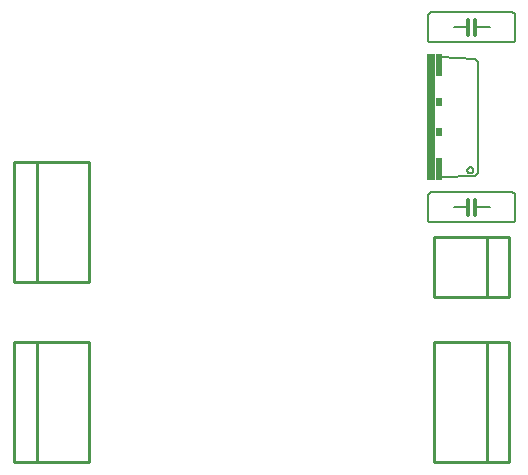
<source format=gto>
G75*
%MOIN*%
%OFA0B0*%
%FSLAX25Y25*%
%IPPOS*%
%LPD*%
%AMOC8*
5,1,8,0,0,1.08239X$1,22.5*
%
%ADD10C,0.01000*%
%ADD11C,0.01200*%
%ADD12C,0.00600*%
%ADD13C,0.00500*%
%ADD14R,0.03000X0.42000*%
%ADD15R,0.02000X0.07500*%
%ADD16R,0.02000X0.03000*%
D10*
X0008833Y0042000D02*
X0016333Y0042000D01*
X0016333Y0082000D01*
X0033833Y0082000D01*
X0033833Y0042000D01*
X0016333Y0042000D01*
X0008833Y0042000D02*
X0008833Y0082000D01*
X0016333Y0082000D01*
X0016333Y0102000D02*
X0008833Y0102000D01*
X0008833Y0142000D01*
X0016333Y0142000D01*
X0016333Y0102000D01*
X0033833Y0102000D01*
X0033833Y0142000D01*
X0016333Y0142000D01*
X0148833Y0117000D02*
X0148833Y0097000D01*
X0166333Y0097000D01*
X0166333Y0117000D01*
X0173833Y0117000D01*
X0173833Y0097000D01*
X0166333Y0097000D01*
X0166333Y0082000D02*
X0166333Y0042000D01*
X0148833Y0042000D01*
X0148833Y0082000D01*
X0166333Y0082000D01*
X0173833Y0082000D01*
X0173833Y0042000D01*
X0166333Y0042000D01*
X0166333Y0117000D02*
X0148833Y0117000D01*
D11*
X0160133Y0124500D02*
X0160133Y0127000D01*
X0160133Y0129500D01*
X0162633Y0129500D02*
X0162633Y0127000D01*
X0162633Y0124500D01*
X0162633Y0184500D02*
X0162633Y0187000D01*
X0162633Y0189500D01*
X0160133Y0189500D02*
X0160133Y0187000D01*
X0160133Y0184500D01*
D12*
X0160133Y0187000D02*
X0155333Y0187000D01*
X0162633Y0187000D02*
X0167333Y0187000D01*
X0174833Y0182000D02*
X0174893Y0182002D01*
X0174954Y0182007D01*
X0175013Y0182016D01*
X0175072Y0182029D01*
X0175131Y0182045D01*
X0175188Y0182065D01*
X0175243Y0182088D01*
X0175298Y0182115D01*
X0175350Y0182144D01*
X0175401Y0182177D01*
X0175450Y0182213D01*
X0175496Y0182251D01*
X0175540Y0182293D01*
X0175582Y0182337D01*
X0175620Y0182383D01*
X0175656Y0182432D01*
X0175689Y0182483D01*
X0175718Y0182535D01*
X0175745Y0182590D01*
X0175768Y0182645D01*
X0175788Y0182702D01*
X0175804Y0182761D01*
X0175817Y0182820D01*
X0175826Y0182879D01*
X0175831Y0182940D01*
X0175833Y0183000D01*
X0175833Y0191000D01*
X0175831Y0191060D01*
X0175826Y0191121D01*
X0175817Y0191180D01*
X0175804Y0191239D01*
X0175788Y0191298D01*
X0175768Y0191355D01*
X0175745Y0191410D01*
X0175718Y0191465D01*
X0175689Y0191517D01*
X0175656Y0191568D01*
X0175620Y0191617D01*
X0175582Y0191663D01*
X0175540Y0191707D01*
X0175496Y0191749D01*
X0175450Y0191787D01*
X0175401Y0191823D01*
X0175350Y0191856D01*
X0175298Y0191885D01*
X0175243Y0191912D01*
X0175188Y0191935D01*
X0175131Y0191955D01*
X0175072Y0191971D01*
X0175013Y0191984D01*
X0174954Y0191993D01*
X0174893Y0191998D01*
X0174833Y0192000D01*
X0147833Y0192000D01*
X0147773Y0191998D01*
X0147712Y0191993D01*
X0147653Y0191984D01*
X0147594Y0191971D01*
X0147535Y0191955D01*
X0147478Y0191935D01*
X0147423Y0191912D01*
X0147368Y0191885D01*
X0147316Y0191856D01*
X0147265Y0191823D01*
X0147216Y0191787D01*
X0147170Y0191749D01*
X0147126Y0191707D01*
X0147084Y0191663D01*
X0147046Y0191617D01*
X0147010Y0191568D01*
X0146977Y0191517D01*
X0146948Y0191465D01*
X0146921Y0191410D01*
X0146898Y0191355D01*
X0146878Y0191298D01*
X0146862Y0191239D01*
X0146849Y0191180D01*
X0146840Y0191121D01*
X0146835Y0191060D01*
X0146833Y0191000D01*
X0146833Y0183000D01*
X0146835Y0182940D01*
X0146840Y0182879D01*
X0146849Y0182820D01*
X0146862Y0182761D01*
X0146878Y0182702D01*
X0146898Y0182645D01*
X0146921Y0182590D01*
X0146948Y0182535D01*
X0146977Y0182483D01*
X0147010Y0182432D01*
X0147046Y0182383D01*
X0147084Y0182337D01*
X0147126Y0182293D01*
X0147170Y0182251D01*
X0147216Y0182213D01*
X0147265Y0182177D01*
X0147316Y0182144D01*
X0147368Y0182115D01*
X0147423Y0182088D01*
X0147478Y0182065D01*
X0147535Y0182045D01*
X0147594Y0182029D01*
X0147653Y0182016D01*
X0147712Y0182007D01*
X0147773Y0182002D01*
X0147833Y0182000D01*
X0174833Y0182000D01*
X0174833Y0132000D02*
X0147833Y0132000D01*
X0147773Y0131998D01*
X0147712Y0131993D01*
X0147653Y0131984D01*
X0147594Y0131971D01*
X0147535Y0131955D01*
X0147478Y0131935D01*
X0147423Y0131912D01*
X0147368Y0131885D01*
X0147316Y0131856D01*
X0147265Y0131823D01*
X0147216Y0131787D01*
X0147170Y0131749D01*
X0147126Y0131707D01*
X0147084Y0131663D01*
X0147046Y0131617D01*
X0147010Y0131568D01*
X0146977Y0131517D01*
X0146948Y0131465D01*
X0146921Y0131410D01*
X0146898Y0131355D01*
X0146878Y0131298D01*
X0146862Y0131239D01*
X0146849Y0131180D01*
X0146840Y0131121D01*
X0146835Y0131060D01*
X0146833Y0131000D01*
X0146833Y0123000D01*
X0146835Y0122940D01*
X0146840Y0122879D01*
X0146849Y0122820D01*
X0146862Y0122761D01*
X0146878Y0122702D01*
X0146898Y0122645D01*
X0146921Y0122590D01*
X0146948Y0122535D01*
X0146977Y0122483D01*
X0147010Y0122432D01*
X0147046Y0122383D01*
X0147084Y0122337D01*
X0147126Y0122293D01*
X0147170Y0122251D01*
X0147216Y0122213D01*
X0147265Y0122177D01*
X0147316Y0122144D01*
X0147368Y0122115D01*
X0147423Y0122088D01*
X0147478Y0122065D01*
X0147535Y0122045D01*
X0147594Y0122029D01*
X0147653Y0122016D01*
X0147712Y0122007D01*
X0147773Y0122002D01*
X0147833Y0122000D01*
X0174833Y0122000D01*
X0174893Y0122002D01*
X0174954Y0122007D01*
X0175013Y0122016D01*
X0175072Y0122029D01*
X0175131Y0122045D01*
X0175188Y0122065D01*
X0175243Y0122088D01*
X0175298Y0122115D01*
X0175350Y0122144D01*
X0175401Y0122177D01*
X0175450Y0122213D01*
X0175496Y0122251D01*
X0175540Y0122293D01*
X0175582Y0122337D01*
X0175620Y0122383D01*
X0175656Y0122432D01*
X0175689Y0122483D01*
X0175718Y0122535D01*
X0175745Y0122590D01*
X0175768Y0122645D01*
X0175788Y0122702D01*
X0175804Y0122761D01*
X0175817Y0122820D01*
X0175826Y0122879D01*
X0175831Y0122940D01*
X0175833Y0123000D01*
X0175833Y0131000D01*
X0175831Y0131060D01*
X0175826Y0131121D01*
X0175817Y0131180D01*
X0175804Y0131239D01*
X0175788Y0131298D01*
X0175768Y0131355D01*
X0175745Y0131410D01*
X0175718Y0131465D01*
X0175689Y0131517D01*
X0175656Y0131568D01*
X0175620Y0131617D01*
X0175582Y0131663D01*
X0175540Y0131707D01*
X0175496Y0131749D01*
X0175450Y0131787D01*
X0175401Y0131823D01*
X0175350Y0131856D01*
X0175298Y0131885D01*
X0175243Y0131912D01*
X0175188Y0131935D01*
X0175131Y0131955D01*
X0175072Y0131971D01*
X0175013Y0131984D01*
X0174954Y0131993D01*
X0174893Y0131998D01*
X0174833Y0132000D01*
X0167333Y0127000D02*
X0162633Y0127000D01*
X0160133Y0127000D02*
X0155333Y0127000D01*
D13*
X0150833Y0137000D02*
X0162333Y0137500D01*
X0163333Y0138500D01*
X0163333Y0175500D01*
X0162333Y0176500D01*
X0150833Y0177000D01*
X0159933Y0139300D02*
X0159935Y0139363D01*
X0159941Y0139425D01*
X0159951Y0139487D01*
X0159964Y0139549D01*
X0159982Y0139609D01*
X0160003Y0139668D01*
X0160028Y0139726D01*
X0160057Y0139782D01*
X0160089Y0139836D01*
X0160124Y0139888D01*
X0160162Y0139937D01*
X0160204Y0139985D01*
X0160248Y0140029D01*
X0160296Y0140071D01*
X0160345Y0140109D01*
X0160397Y0140144D01*
X0160451Y0140176D01*
X0160507Y0140205D01*
X0160565Y0140230D01*
X0160624Y0140251D01*
X0160684Y0140269D01*
X0160746Y0140282D01*
X0160808Y0140292D01*
X0160870Y0140298D01*
X0160933Y0140300D01*
X0160996Y0140298D01*
X0161058Y0140292D01*
X0161120Y0140282D01*
X0161182Y0140269D01*
X0161242Y0140251D01*
X0161301Y0140230D01*
X0161359Y0140205D01*
X0161415Y0140176D01*
X0161469Y0140144D01*
X0161521Y0140109D01*
X0161570Y0140071D01*
X0161618Y0140029D01*
X0161662Y0139985D01*
X0161704Y0139937D01*
X0161742Y0139888D01*
X0161777Y0139836D01*
X0161809Y0139782D01*
X0161838Y0139726D01*
X0161863Y0139668D01*
X0161884Y0139609D01*
X0161902Y0139549D01*
X0161915Y0139487D01*
X0161925Y0139425D01*
X0161931Y0139363D01*
X0161933Y0139300D01*
X0161931Y0139237D01*
X0161925Y0139175D01*
X0161915Y0139113D01*
X0161902Y0139051D01*
X0161884Y0138991D01*
X0161863Y0138932D01*
X0161838Y0138874D01*
X0161809Y0138818D01*
X0161777Y0138764D01*
X0161742Y0138712D01*
X0161704Y0138663D01*
X0161662Y0138615D01*
X0161618Y0138571D01*
X0161570Y0138529D01*
X0161521Y0138491D01*
X0161469Y0138456D01*
X0161415Y0138424D01*
X0161359Y0138395D01*
X0161301Y0138370D01*
X0161242Y0138349D01*
X0161182Y0138331D01*
X0161120Y0138318D01*
X0161058Y0138308D01*
X0160996Y0138302D01*
X0160933Y0138300D01*
X0160870Y0138302D01*
X0160808Y0138308D01*
X0160746Y0138318D01*
X0160684Y0138331D01*
X0160624Y0138349D01*
X0160565Y0138370D01*
X0160507Y0138395D01*
X0160451Y0138424D01*
X0160397Y0138456D01*
X0160345Y0138491D01*
X0160296Y0138529D01*
X0160248Y0138571D01*
X0160204Y0138615D01*
X0160162Y0138663D01*
X0160124Y0138712D01*
X0160089Y0138764D01*
X0160057Y0138818D01*
X0160028Y0138874D01*
X0160003Y0138932D01*
X0159982Y0138991D01*
X0159964Y0139051D01*
X0159951Y0139113D01*
X0159941Y0139175D01*
X0159935Y0139237D01*
X0159933Y0139300D01*
D14*
X0147833Y0157000D03*
D15*
X0150333Y0174250D03*
X0150333Y0139750D03*
D16*
X0150333Y0152000D03*
X0150333Y0162000D03*
M02*

</source>
